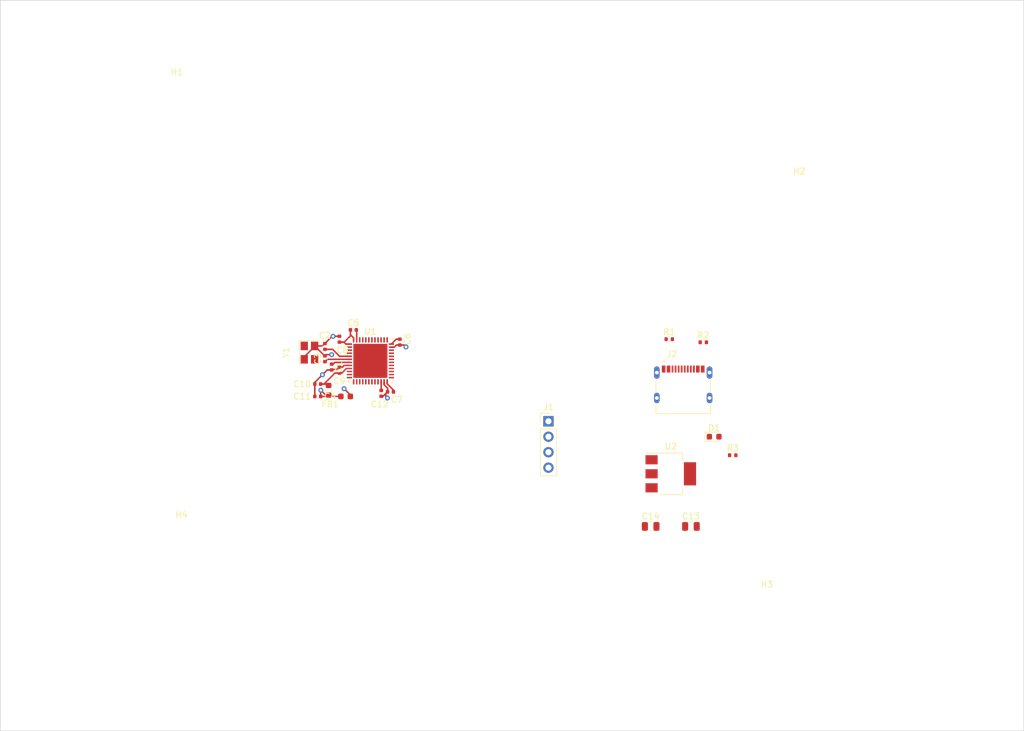
<source format=kicad_pcb>
(kicad_pcb (version 20211014) (generator pcbnew)
  (layers (0 "F.Cu" signal) (31 "B.Cu" signal) (34 "B.Paste" user) (35 "F.Paste" user) (36 "B.SilkS" user "B.Silkscreen") (37 "F.SilkS" user "F.Silkscreen") (38 "B.Mask" user) (39 "F.Mask" user) (44 "Edge.Cuts" user))
  (net 0 "")
  (net 1 "/NRST")
  (net 2 "GND")
  (net 3 "/OSC_IN")
  (net 4 "/OSC_OUT")
  (net 5 "+3.3V")
  (net 6 "+3.3VA")
  (net 7 "Net-(U1-Pad22)")
  (net 8 "VBUS")
  (net 9 "/PWR_LED_K")
  (net 10 "/SWDIO")
  (net 11 "/SWCLK")
  (net 12 "/USB_D+")
  (net 13 "/USB_D-")
  (net 14 "Net-(R1-Pad2)")
  (net 17 "Net-(R2-Pad2)")
  (footprint "Capacitor_SMD:C_0402_1005Metric" (layer "F.Cu") (at 122.682 93.472 -90)
    (fp_text reference "C1" (at 0 -1.16 90) (layer "F.SilkS"))
    (fp_text value "100nF" hide)
    (pad "1" smd roundrect (at -0.48 0 270) (size 0.56 0.62) (layers "F.Cu" "F.Paste" "F.Mask") (net 1 "/NRST"))
    (pad "2" smd roundrect (at 0.48 0 270) (size 0.56 0.62) (layers "F.Cu" "F.Paste" "F.Mask") (net 2 "GND"))
  )
  (footprint "MountingHole:MountingHole_3.2mm_M3" (layer "F.Cu") (at 199.39 65.532)
    (fp_text reference "H2" (at 0 -4.2) (layer "F.SilkS"))
    (fp_text value "MountingHole")
    (pad "" np_thru_hole circle (at 0 0) (size 3.2 3.2) (drill 3.2) (layers *.Cu *.Mask))
  )
  (footprint "Capacitor_SMD:C_0402_1005Metric" (layer "F.Cu") (at 126.238 87.376)
    (fp_text reference "C5" (at 0 -1.16) (layer "F.SilkS"))
    (fp_text value "100nF" hide)
    (pad "1" smd roundrect (at -0.48 0) (size 0.56 0.62) (layers "F.Cu" "F.Paste" "F.Mask") (net 5 "+3.3V"))
    (pad "2" smd roundrect (at 0.48 0) (size 0.56 0.62) (layers "F.Cu" "F.Paste" "F.Mask") (net 2 "GND"))
  )
  (footprint "Capacitor_SMD:C_0402_1005Metric" (layer "F.Cu") (at 123.952 93.98 90)
    (fp_text reference "C9" (at -1.778 0 180) (layer "F.SilkS"))
    (fp_text value "10nF" hide)
    (pad "1" smd roundrect (at -0.48 0 90) (size 0.56 0.62) (layers "F.Cu" "F.Paste" "F.Mask") (net 6 "+3.3VA"))
    (pad "2" smd roundrect (at 0.48 0 90) (size 0.56 0.62) (layers "F.Cu" "F.Paste" "F.Mask") (net 2 "GND"))
  )
  (footprint "Capacitor_SMD:C_0402_1005Metric" (layer "F.Cu") (at 133.858 89.38 -90)
    (fp_text reference "C6" (at -0.48 -1.27 90) (layer "F.SilkS"))
    (fp_text value "100nF")
    (pad "1" smd roundrect (at -0.48 0 270) (size 0.56 0.62) (layers "F.Cu" "F.Paste" "F.Mask") (net 5 "+3.3V"))
    (pad "2" smd roundrect (at 0.48 0 270) (size 0.56 0.62) (layers "F.Cu" "F.Paste" "F.Mask") (net 2 "GND"))
  )
  (footprint "Resistor_SMD:R_0402_1005Metric" (layer "F.Cu") (at 188.468 107.95)
    (fp_text reference "R3" (at 0 -1.17) (layer "F.SilkS"))
    (fp_text value "1k")
    (pad "1" smd roundrect (at -0.51 0) (size 0.54 0.64) (layers "F.Cu" "F.Paste" "F.Mask") (net 9 "/PWR_LED_K"))
    (pad "2" smd roundrect (at 0.51 0) (size 0.54 0.64) (layers "F.Cu" "F.Paste" "F.Mask") (net 2 "GND"))
  )
  (footprint "MountingHole:MountingHole_3.2mm_M3" (layer "F.Cu") (at 194.056 133.35)
    (fp_text reference "H3" (at 0 -4.2) (layer "F.SilkS"))
    (fp_text value "MountingHole")
    (pad "" np_thru_hole circle (at 0 0) (size 3.2 3.2) (drill 3.2) (layers *.Cu *.Mask))
  )
  (footprint "Package_TO_SOT_SMD:SOT-223-3_TabPin2" (layer "F.Cu") (at 178.308 110.998)
    (fp_text reference "U2" (at 0 -4.5) (layer "F.SilkS"))
    (fp_text value "AMS1117-3.3")
    (pad "1" smd rect (at -3.15 -2.3) (size 2 1.5) (layers "F.Cu" "F.Paste" "F.Mask") (net 2 "GND"))
    (pad "2" smd rect (at 3.15 0) (size 2 3.8) (layers "F.Cu" "F.Paste" "F.Mask") (net 5 "+3.3V"))
    (pad "2" smd rect (at -3.15 0) (size 2 1.5) (layers "F.Cu" "F.Paste" "F.Mask") (net 5 "+3.3V"))
    (pad "3" smd rect (at -3.15 2.3) (size 2 1.5) (layers "F.Cu" "F.Paste" "F.Mask") (net 8 "VBUS"))
  )
  (footprint "Capacitor_SMD:C_0402_1005Metric" (layer "F.Cu") (at 132.334 97.536 180)
    (fp_text reference "C7" (at -1.016 -1.27) (layer "F.SilkS"))
    (fp_text value "100nF" hide)
    (pad "1" smd roundrect (at -0.48 0 180) (size 0.56 0.62) (layers "F.Cu" "F.Paste" "F.Mask") (net 5 "+3.3V"))
    (pad "2" smd roundrect (at 0.48 0 180) (size 0.56 0.62) (layers "F.Cu" "F.Paste" "F.Mask") (net 2 "GND"))
  )
  (footprint "Capacitor_SMD:C_0805_2012Metric" (layer "F.Cu") (at 175.006 119.634)
    (fp_text reference "C14" (at 0 -1.68) (layer "F.SilkS"))
    (fp_text value "22uF" hide)
    (pad "1" smd roundrect (at -0.95 0) (size 1 1.45) (layers "F.Cu" "F.Paste" "F.Mask") (net 5 "+3.3V"))
    (pad "2" smd roundrect (at 0.95 0) (size 1 1.45) (layers "F.Cu" "F.Paste" "F.Mask") (net 2 "GND"))
  )
  (footprint "Package_DFN_QFN:QFN-48-1EP_7x7mm_P0.5mm_EP5.6x5.6mm" (layer "F.Cu") (at 129.032 92.456)
    (fp_text reference "U1" (at 0 -4.82) (layer "F.SilkS"))
    (fp_text value "STM32F401CCU6")
    (pad "1" smd roundrect (at -3.4375 -2.75) (size 0.875 0.25) (layers "F.Cu" "F.Paste" "F.Mask") (net 5 "+3.3V"))
    (pad "2" smd roundrect (at -3.4375 -2.25) (size 0.875 0.25) (layers "F.Cu" "F.Paste" "F.Mask"))
    (pad "3" smd roundrect (at -3.4375 -1.75) (size 0.875 0.25) (layers "F.Cu" "F.Paste" "F.Mask"))
    (pad "4" smd roundrect (at -3.4375 -1.25) (size 0.875 0.25) (layers "F.Cu" "F.Paste" "F.Mask"))
    (pad "5" smd roundrect (at -3.4375 -0.75) (size 0.875 0.25) (layers "F.Cu" "F.Paste" "F.Mask") (net 3 "/OSC_IN"))
    (pad "6" smd roundrect (at -3.4375 -0.25) (size 0.875 0.25) (layers "F.Cu" "F.Paste" "F.Mask") (net 4 "/OSC_OUT"))
    (pad "7" smd roundrect (at -3.4375 0.25) (size 0.875 0.25) (layers "F.Cu" "F.Paste" "F.Mask") (net 1 "/NRST"))
    (pad "8" smd roundrect (at -3.4375 0.75) (size 0.875 0.25) (layers "F.Cu" "F.Paste" "F.Mask") (net 2 "GND"))
    (pad "9" smd roundrect (at -3.4375 1.25) (size 0.875 0.25) (layers "F.Cu" "F.Paste" "F.Mask") (net 6 "+3.3VA"))
    (pad "10" smd roundrect (at -3.4375 1.75) (size 0.875 0.25) (layers "F.Cu" "F.Paste" "F.Mask"))
    (pad "11" smd roundrect (at -3.4375 2.25) (size 0.875 0.25) (layers "F.Cu" "F.Paste" "F.Mask"))
    (pad "12" smd roundrect (at -3.4375 2.75) (size 0.875 0.25) (layers "F.Cu" "F.Paste" "F.Mask"))
    (pad "13" smd roundrect (at -2.75 3.4375) (size 0.25 0.875) (layers "F.Cu" "F.Paste" "F.Mask"))
    (pad "14" smd roundrect (at -2.25 3.4375) (size 0.25 0.875) (layers "F.Cu" "F.Paste" "F.Mask"))
    (pad "15" smd roundrect (at -1.75 3.4375) (size 0.25 0.875) (layers "F.Cu" "F.Paste" "F.Mask"))
    (pad "16" smd roundrect (at -1.25 3.4375) (size 0.25 0.875) (layers "F.Cu" "F.Paste" "F.Mask"))
    (pad "17" smd roundrect (at -0.75 3.4375) (size 0.25 0.875) (layers "F.Cu" "F.Paste" "F.Mask"))
    (pad "18" smd roundrect (at -0.25 3.4375) (size 0.25 0.875) (layers "F.Cu" "F.Paste" "F.Mask"))
    (pad "19" smd roundrect (at 0.25 3.4375) (size 0.25 0.875) (layers "F.Cu" "F.Paste" "F.Mask"))
    (pad "20" smd roundrect (at 0.75 3.4375) (size 0.25 0.875) (layers "F.Cu" "F.Paste" "F.Mask"))
    (pad "21" smd roundrect (at 1.25 3.4375) (size 0.25 0.875) (layers "F.Cu" "F.Paste" "F.Mask"))
    (pad "22" smd roundrect (at 1.75 3.4375) (size 0.25 0.875) (layers "F.Cu" "F.Paste" "F.Mask") (net 7 "Net-(U1-Pad22)"))
    (pad "23" smd roundrect (at 2.25 3.4375) (size 0.25 0.875) (layers "F.Cu" "F.Paste" "F.Mask") (net 2 "GND"))
    (pad "24" smd roundrect (at 2.75 3.4375) (size 0.25 0.875) (layers "F.Cu" "F.Paste" "F.Mask") (net 5 "+3.3V"))
    (pad "25" smd roundrect (at 3.4375 2.75) (size 0.875 0.25) (layers "F.Cu" "F.Paste" "F.Mask"))
    (pad "26" smd roundrect (at 3.4375 2.25) (size 0.875 0.25) (layers "F.Cu" "F.Paste" "F.Mask"))
    (pad "27" smd roundrect (at 3.4375 1.75) (size 0.875 0.25) (layers "F.Cu" "F.Paste" "F.Mask"))
    (pad "28" smd roundrect (at 3.4375 1.25) (size 0.875 0.25) (layers "F.Cu" "F.Paste" "F.Mask"))
    (pad "29" smd roundrect (at 3.4375 0.75) (size 0.875 0.25) (layers "F.Cu" "F.Paste" "F.Mask"))
    (pad "30" smd roundrect (at 3.4375 0.25) (size 0.875 0.25) (layers "F.Cu" "F.Paste" "F.Mask"))
    (pad "31" smd roundrect (at 3.4375 -0.25) (size 0.875 0.25) (layers "F.Cu" "F.Paste" "F.Mask"))
    (pad "32" smd roundrect (at 3.4375 -0.75) (size 0.875 0.25) (layers "F.Cu" "F.Paste" "F.Mask") (net 13 "/USB_D-"))
    (pad "33" smd roundrect (at 3.4375 -1.25) (size 0.875 0.25) (layers "F.Cu" "F.Paste" "F.Mask") (net 12 "/USB_D+"))
    (pad "34" smd roundrect (at 3.4375 -1.75) (size 0.875 0.25) (layers "F.Cu" "F.Paste" "F.Mask") (net 10 "/SWDIO"))
    (pad "35" smd roundrect (at 3.4375 -2.25) (size 0.875 0.25) (layers "F.Cu" "F.Paste" "F.Mask") (net 2 "GND"))
    (pad "36" smd roundrect (at 3.4375 -2.75) (size 0.875 0.25) (layers "F.Cu" "F.Paste" "F.Mask") (net 5 "+3.3V"))
    (pad "37" smd roundrect (at 2.75 -3.4375) (size 0.25 0.875) (layers "F.Cu" "F.Paste" "F.Mask") (net 11 "/SWCLK"))
    (pad "38" smd roundrect (at 2.25 -3.4375) (size 0.25 0.875) (layers "F.Cu" "F.Paste" "F.Mask"))
    (pad "39" smd roundrect (at 1.75 -3.4375) (size 0.25 0.875) (layers "F.Cu" "F.Paste" "F.Mask"))
    (pad "40" smd roundrect (at 1.25 -3.4375) (size 0.25 0.875) (layers "F.Cu" "F.Paste" "F.Mask"))
    (pad "41" smd roundrect (at 0.75 -3.4375) (size 0.25 0.875) (layers "F.Cu" "F.Paste" "F.Mask"))
    (pad "42" smd roundrect (at 0.25 -3.4375) (size 0.25 0.875) (layers "F.Cu" "F.Paste" "F.Mask"))
    (pad "43" smd roundrect (at -0.25 -3.4375) (size 0.25 0.875) (layers "F.Cu" "F.Paste" "F.Mask"))
    (pad "44" smd roundrect (at -0.75 -3.4375) (size 0.25 0.875) (layers "F.Cu" "F.Paste" "F.Mask"))
    (pad "45" smd roundrect (at -1.25 -3.4375) (size 0.25 0.875) (layers "F.Cu" "F.Paste" "F.Mask"))
    (pad "46" smd roundrect (at -1.75 -3.4375) (size 0.25 0.875) (layers "F.Cu" "F.Paste" "F.Mask"))
    (pad "47" smd roundrect (at -2.25 -3.4375) (size 0.25 0.875) (layers "F.Cu" "F.Paste" "F.Mask") (net 2 "GND"))
    (pad "48" smd roundrect (at -2.75 -3.4375) (size 0.25 0.875) (layers "F.Cu" "F.Paste" "F.Mask") (net 5 "+3.3V"))
    (pad "49" smd rect (at 0 0) (size 5.6 5.6) (layers "F.Cu" "F.Mask") (net 2 "GND"))
  )
  (footprint "MountingHole:MountingHole_3.2mm_M3" (layer "F.Cu") (at 98.044 121.92)
    (fp_text reference "H4" (at 0 -4.2) (layer "F.SilkS"))
    (fp_text value "MountingHole")
    (pad "" np_thru_hole circle (at 0 0) (size 3.2 3.2) (drill 3.2) (layers *.Cu *.Mask))
  )
  (footprint "Capacitor_SMD:C_0402_1005Metric" (layer "F.Cu") (at 121.578 90.086 90)
    (fp_text reference "C2" (at 1.778 0 180) (layer "F.SilkS"))
    (fp_text value "10pF" hide)
    (pad "1" smd roundrect (at -0.48 0 90) (size 0.56 0.62) (layers "F.Cu" "F.Paste" "F.Mask") (net 3 "/OSC_IN"))
    (pad "2" smd roundrect (at 0.48 0 90) (size 0.56 0.62) (layers "F.Cu" "F.Paste" "F.Mask") (net 2 "GND"))
  )
  (footprint "Capacitor_SMD:C_0402_1005Metric" (layer "F.Cu") (at 121.578 92.118 90)
    (fp_text reference "C3" (at 0 -1.16 90) (layer "F.SilkS"))
    (fp_text value "10pF" hide)
    (pad "1" smd roundrect (at -0.48 0 90) (size 0.56 0.62) (layers "F.Cu" "F.Paste" "F.Mask") (net 4 "/OSC_OUT"))
    (pad "2" smd roundrect (at 0.48 0 90) (size 0.56 0.62) (layers "F.Cu" "F.Paste" "F.Mask") (net 2 "GND"))
  )
  (footprint "MountingHole:MountingHole_3.2mm_M3" (layer "F.Cu") (at 97.282 49.276)
    (fp_text reference "H1" (at 0 -4.2) (layer "F.SilkS"))
    (fp_text value "MountingHole")
    (pad "" np_thru_hole circle (at 0 0) (size 3.2 3.2) (drill 3.2) (layers *.Cu *.Mask))
  )
  (footprint "Crystal:Crystal_SMD_3225-4Pin_3.2x2.5mm" (layer "F.Cu") (at 119.038 91.102 -90)
    (fp_text reference "Y1" (at 0 3.81 90) (layer "F.SilkS"))
    (fp_text value "16MHz" hide)
    (pad "1" smd rect (at -1.1 0.85 270) (size 1.4 1.2) (layers "F.Cu" "F.Paste" "F.Mask") (net 3 "/OSC_IN"))
    (pad "2" smd rect (at 1.1 0.85 270) (size 1.4 1.2) (layers "F.Cu" "F.Paste" "F.Mask") (net 2 "GND"))
    (pad "3" smd rect (at 1.1 -0.85 270) (size 1.4 1.2) (layers "F.Cu" "F.Paste" "F.Mask") (net 4 "/OSC_OUT"))
    (pad "4" smd rect (at -1.1 -0.85 270) (size 1.4 1.2) (layers "F.Cu" "F.Paste" "F.Mask") (net 2 "GND"))
  )
  (footprint "Capacitor_SMD:C_0603_1608Metric" (layer "F.Cu") (at 124.968 98.298)
    (fp_text reference "C4" (at -2.54 0) (layer "F.SilkS"))
    (fp_text value "10uF" hide)
    (pad "1" smd roundrect (at -0.775 0) (size 0.9 0.95) (layers "F.Cu" "F.Paste" "F.Mask") (net 5 "+3.3V"))
    (pad "2" smd roundrect (at 0.775 0) (size 0.9 0.95) (layers "F.Cu" "F.Paste" "F.Mask") (net 2 "GND"))
  )
  (footprint "Resistor_SMD:R_0402_1005Metric" (layer "F.Cu") (at 178.054 88.9)
    (fp_text reference "R1" (at 0 -1.17) (layer "F.SilkS"))
    (fp_text value "5.11k" hide)
    (pad "1" smd roundrect (at -0.51 0) (size 0.54 0.64) (layers "F.Cu" "F.Paste" "F.Mask") (net 2 "GND"))
    (pad "2" smd roundrect (at 0.51 0) (size 0.54 0.64) (layers "F.Cu" "F.Paste" "F.Mask") (net 14 "Net-(R1-Pad2)"))
  )
  (footprint "LED_SMD:LED_0603_1608Metric" (layer "F.Cu") (at 185.42 104.902)
    (fp_text reference "D1" (at 0 -1.43) (layer "F.SilkS"))
    (fp_text value "LED")
    (pad "1" smd roundrect (at -0.7875 0) (size 0.875 0.95) (layers "F.Cu" "F.Paste" "F.Mask") (net 9 "/PWR_LED_K"))
    (pad "2" smd roundrect (at 0.7875 0) (size 0.875 0.95) (layers "F.Cu" "F.Paste" "F.Mask") (net 5 "+3.3V"))
  )
  (footprint "Capacitor_SMD:C_0402_1005Metric" (layer "F.Cu") (at 130.81 97.79 -90)
    (fp_text reference "C12" (at 1.778 0.254 180) (layer "F.SilkS"))
    (fp_text value "2.2uF" hide)
    (pad "1" smd roundrect (at -0.48 0 270) (size 0.56 0.62) (layers "F.Cu" "F.Paste" "F.Mask") (net 7 "Net-(U1-Pad22)"))
    (pad "2" smd roundrect (at 0.48 0 270) (size 0.56 0.62) (layers "F.Cu" "F.Paste" "F.Mask") (net 2 "GND"))
  )
  (footprint "Inductor_SMD:L_0603_1608Metric" (layer "F.Cu") (at 122.174 97.282 -90)
    (fp_text reference "FB1" (at 2.286 -0.254) (layer "F.SilkS"))
    (fp_text value "120R" hide)
    (pad "1" smd roundrect (at -0.7875 0 270) (size 0.875 0.95) (layers "F.Cu" "F.Paste" "F.Mask") (net 6 "+3.3VA"))
    (pad "2" smd roundrect (at 0.7875 0 270) (size 0.875 0.95) (layers "F.Cu" "F.Paste" "F.Mask") (net 5 "+3.3V"))
  )
  (footprint "Capacitor_SMD:C_0402_1005Metric" (layer "F.Cu") (at 120.396 96.266 180)
    (fp_text reference "C10" (at 2.54 0) (layer "F.SilkS"))
    (fp_text value "1uF" hide)
    (pad "1" smd roundrect (at -0.48 0 180) (size 0.56 0.62) (layers "F.Cu" "F.Paste" "F.Mask") (net 6 "+3.3VA"))
    (pad "2" smd roundrect (at 0.48 0 180) (size 0.56 0.62) (layers "F.Cu" "F.Paste" "F.Mask") (net 2 "GND"))
  )
  (footprint "Connector_PinHeader_2.54mm:PinHeader_1x04_P2.54mm_Vertical" (layer "F.Cu") (at 158.242 102.372)
    (fp_text reference "J1" (at 0 -2.33) (layer "F.SilkS"))
    (fp_text value "SWD")
    (pad "1" thru_hole rect (at 0 0) (size 1.7 1.7) (drill 1) (layers *.Cu *.Mask) (net 1 "/NRST"))
    (pad "2" thru_hole oval (at 0 2.54) (size 1.7 1.7) (drill 1) (layers *.Cu *.Mask) (net 10 "/SWDIO"))
    (pad "3" thru_hole oval (at 0 5.08) (size 1.7 1.7) (drill 1) (layers *.Cu *.Mask) (net 2 "GND"))
    (pad "4" thru_hole oval (at 0 7.62) (size 1.7 1.7) (drill 1) (layers *.Cu *.Mask) (net 11 "/SWCLK"))
  )
  (footprint "Capacitor_SMD:C_0402_1005Metric" (layer "F.Cu") (at 120.396 98.298 180)
    (fp_text reference "C11" (at 2.54 0) (layer "F.SilkS"))
    (fp_text value "1uF" hide)
    (pad "1" smd roundrect (at -0.48 0 180) (size 0.56 0.62) (layers "F.Cu" "F.Paste" "F.Mask") (net 5 "+3.3V"))
    (pad "2" smd roundrect (at 0.48 0 180) (size 0.56 0.62) (layers "F.Cu" "F.Paste" "F.Mask") (net 2 "GND"))
  )
  (footprint "Resistor_SMD:R_0402_1005Metric" (layer "F.Cu") (at 183.642 89.408)
    (fp_text reference "R2" (at 0 -1.17) (layer "F.SilkS"))
    (fp_text value "5.11k")
    (pad "1" smd roundrect (at -0.51 0) (size 0.54 0.64) (layers "F.Cu" "F.Paste" "F.Mask") (net 2 "GND"))
    (pad "2" smd roundrect (at 0.51 0) (size 0.54 0.64) (layers "F.Cu" "F.Paste" "F.Mask") (net 17 "Net-(R2-Pad2)"))
  )
  (footprint "Capacitor_SMD:C_0805_2012Metric" (layer "F.Cu") (at 181.61 119.634)
    (fp_text reference "C13" (at 0 -1.68) (layer "F.SilkS"))
    (fp_text value "22uF" hide)
    (pad "1" smd roundrect (at -0.95 0) (size 1 1.45) (layers "F.Cu" "F.Paste" "F.Mask") (net 8 "VBUS"))
    (pad "2" smd roundrect (at 0.95 0) (size 1 1.45) (layers "F.Cu" "F.Paste" "F.Mask") (net 2 "GND"))
  )
  (footprint "Capacitor_SMD:C_0402_1005Metric" (layer "F.Cu") (at 123.952 88.9 90)
    (fp_text reference "C8" (at -1.778 0.508) (layer "F.SilkS"))
    (fp_text value "100nF" hide)
    (pad "1" smd roundrect (at -0.48 0 90) (size 0.56 0.62) (layers "F.Cu" "F.Paste" "F.Mask") (net 5 "+3.3V"))
    (pad "2" smd roundrect (at 0.48 0 90) (size 0.56 0.62) (layers "F.Cu" "F.Paste" "F.Mask") (net 2 "GND"))
  )
  (footprint "USBC:HRO_TYPE-C-31-M-12" (layer "F.Cu") (at 180.34 98.552)
    (fp_text reference "J2" (at -1.85 -7.205) (layer "F.SilkS"))
    (fp_text value "TYPE-C-31-M-12")
    (fp_poly (pts (xy -4.775 -3.62) (xy -4.775 -4.72) (xy -4.774 -4.744) (xy -4.773 -4.767) (xy -4.769 -4.79) (xy -4.765 -4.814) (xy -4.76 -4.836) (xy -4.753 -4.859) (xy -4.745 -4.881) (xy -4.736 -4.903) (xy -4.726 -4.924) (xy -4.715 -4.945) (xy -4.702 -4.965) (xy -4.689 -4.985) (xy -4.675 -5.003) (xy -4.659 -5.021) (xy -4.643 -5.038) (xy -4.626 -5.054) (xy -4.608 -5.07) (xy -4.59 -5.084) (xy -4.57 -5.097) (xy -4.55 -5.11) (xy -4.529 -5.121) (xy -4.508 -5.131) (xy -4.486 -5.14) (xy -4.464 -5.148) (xy -4.441 -5.155) (xy -4.419 -5.16) (xy -4.395 -5.164) (xy -4.372 -5.168) (xy -4.349 -5.169) (xy -4.325 -5.17) (xy -4.301 -5.169) (xy -4.278 -5.168) (xy -4.255 -5.164) (xy -4.231 -5.16) (xy -4.209 -5.155) (xy -4.186 -5.148) (xy -4.164 -5.14) (xy -4.142 -5.131) (xy -4.121 -5.121) (xy -4.1 -5.11) (xy -4.08 -5.097) (xy -4.06 -5.084) (xy -4.042 -5.07) (xy -4.024 -5.054) (xy -4.007 -5.038) (xy -3.991 -5.021) (xy -3.975 -5.003) (xy -3.961 -4.985) (xy -3.948 -4.965) (xy -3.935 -4.945) (xy -3.924 -4.924) (xy -3.914 -4.903) (xy -3.905 -4.881) (xy -3.897 -4.859) (xy -3.89 -4.836) (xy -3.885 -4.814) (xy -3.881 -4.79) (xy -3.877 -4.767) (xy -3.876 -4.744) (xy -3.875 -4.72) (xy -3.875 -3.62) (xy -3.876 -3.596) (xy -3.877 -3.573) (xy -3.881 -3.55) (xy -3.885 -3.526) (xy -3.89 -3.504) (xy -3.897 -3.481) (xy -3.905 -3.459) (xy -3.914 -3.437) (xy -3.924 -3.416) (xy -3.935 -3.395) (xy -3.948 -3.375) (xy -3.961 -3.355) (xy -3.975 -3.337) (xy -3.991 -3.319) (xy -4.007 -3.302) (xy -4.024 -3.286) (xy -4.042 -3.27) (xy -4.06 -3.256) (xy -4.08 -3.243) (xy -4.1 -3.23) (xy -4.121 -3.219) (xy -4.142 -3.209) (xy -4.164 -3.2) (xy -4.186 -3.192) (xy -4.209 -3.185) (xy -4.231 -3.18) (xy -4.255 -3.176) (xy -4.278 -3.172) (xy -4.301 -3.171) (xy -4.325 -3.17) (xy -4.349 -3.171) (xy -4.372 -3.172) (xy -4.395 -3.176) (xy -4.419 -3.18) (xy -4.441 -3.185) (xy -4.464 -3.192) (xy -4.486 -3.2) (xy -4.508 -3.209) (xy -4.529 -3.219) (xy -4.55 -3.23) (xy -4.57 -3.243) (xy -4.59 -3.256) (xy -4.608 -3.27) (xy -4.626 -3.286) (xy -4.643 -3.302) (xy -4.659 -3.319) (xy -4.675 -3.337) (xy -4.689 -3.355) (xy -4.702 -3.375) (xy -4.715 -3.395) (xy -4.726 -3.416) (xy -4.736 -3.437) (xy -4.745 -3.459) (xy -4.753 -3.481) (xy -4.76 -3.504) (xy -4.765 -3.526) (xy -4.769 -3.55) (xy -4.773 -3.573) (xy -4.774 -3.596) (xy -4.775 -3.62)) (layer "F.Cu") (width 0.01) (fill solid))
    (fp_poly (pts (xy 3.875 0.4) (xy 3.875 -0.4) (xy 3.876 -0.424) (xy 3.877 -0.447) (xy 3.881 -0.47) (xy 3.885 -0.494) (xy 3.89 -0.516) (xy 3.897 -0.539) (xy 3.905 -0.561) (xy 3.914 -0.583) (xy 3.924 -0.604) (xy 3.935 -0.625) (xy 3.948 -0.645) (xy 3.961 -0.665) (xy 3.975 -0.683) (xy 3.991 -0.701) (xy 4.007 -0.718) (xy 4.024 -0.734) (xy 4.042 -0.75) (xy 4.06 -0.764) (xy 4.08 -0.777) (xy 4.1 -0.79) (xy 4.121 -0.801) (xy 4.142 -0.811) (xy 4.164 -0.82) (xy 4.186 -0.828) (xy 4.209 -0.835) (xy 4.231 -0.84) (xy 4.255 -0.844) (xy 4.278 -0.848) (xy 4.301 -0.849) (xy 4.325 -0.85) (xy 4.349 -0.849) (xy 4.372 -0.848) (xy 4.395 -0.844) (xy 4.419 -0.84) (xy 4.441 -0.835) (xy 4.464 -0.828) (xy 4.486 -0.82) (xy 4.508 -0.811) (xy 4.529 -0.801) (xy 4.55 -0.79) (xy 4.57 -0.777) (xy 4.59 -0.764) (xy 4.608 -0.75) (xy 4.626 -0.734) (xy 4.643 -0.718) (xy 4.659 -0.701) (xy 4.675 -0.683) (xy 4.689 -0.665) (xy 4.702 -0.645) (xy 4.715 -0.625) (xy 4.726 -0.604) (xy 4.736 -0.583) (xy 4.745 -0.561) (xy 4.753 -0.539) (xy 4.76 -0.516) (xy 4.765 -0.494) (xy 4.769 -0.47) (xy 4.773 -0.447) (xy 4.774 -0.424) (xy 4.775 -0.4) (xy 4.775 0.4) (xy 4.774 0.424) (xy 4.773 0.447) (xy 4.769 0.47) (xy 4.765 0.494) (xy 4.76 0.516) (xy 4.753 0.539) (xy 4.745 0.561) (xy 4.736 0.583) (xy 4.726 0.604) (xy 4.715 0.625) (xy 4.702 0.645) (xy 4.689 0.665) (xy 4.675 0.683) (xy 4.659 0.701) (xy 4.643 0.718) (xy 4.626 0.734) (xy 4.608 0.75) (xy 4.59 0.764) (xy 4.57 0.777) (xy 4.55 0.79) (xy 4.529 0.801) (xy 4.508 0.811) (xy 4.486 0.82) (xy 4.464 0.828) (xy 4.441 0.835) (xy 4.419 0.84) (xy 4.395 0.844) (xy 4.372 0.848) (xy 4.349 0.849) (xy 4.325 0.85) (xy 4.301 0.849) (xy 4.278 0.848) (xy 4.255 0.844) (xy 4.231 0.84) (xy 4.209 0.835) (xy 4.186 0.828) (xy 4.164 0.82) (xy 4.142 0.811) (xy 4.121 0.801) (xy 4.1 0.79) (xy 4.08 0.777) (xy 4.06 0.764) (xy 4.042 0.75) (xy 4.024 0.734) (xy 4.007 0.718) (xy 3.991 0.701) (xy 3.975 0.683) (xy 3.961 0.665) (xy 3.948 0.645) (xy 3.935 0.625) (xy 3.924 0.604) (xy 3.914 0.583) (xy 3.905 0.561) (xy 3.897 0.539) (xy 3.89 0.516) (xy 3.885 0.494) (xy 3.881 0.47) (xy 3.877 0.447) (xy 3.876 0.424) (xy 3.875 0.4)) (layer "F.Cu") (width 0.01) (fill solid))
    (fp_poly (pts (xy 3.875 -3.62) (xy 3.875 -4.72) (xy 3.876 -4.744) (xy 3.877 -4.767) (xy 3.881 -4.79) (xy 3.885 -4.814) (xy 3.89 -4.836) (xy 3.897 -4.859) (xy 3.905 -4.881) (xy 3.914 -4.903) (xy 3.924 -4.924) (xy 3.935 -4.945) (xy 3.948 -4.965) (xy 3.961 -4.985) (xy 3.975 -5.003) (xy 3.991 -5.021) (xy 4.007 -5.038) (xy 4.024 -5.054) (xy 4.042 -5.07) (xy 4.06 -5.084) (xy 4.08 -5.097) (xy 4.1 -5.11) (xy 4.121 -5.121) (xy 4.142 -5.131) (xy 4.164 -5.14) (xy 4.186 -5.148) (xy 4.209 -5.155) (xy 4.231 -5.16) (xy 4.255 -5.164) (xy 4.278 -5.168) (xy 4.301 -5.169) (xy 4.325 -5.17) (xy 4.349 -5.169) (xy 4.372 -5.168) (xy 4.395 -5.164) (xy 4.419 -5.16) (xy 4.441 -5.155) (xy 4.464 -5.148) (xy 4.486 -5.14) (xy 4.508 -5.131) (xy 4.529 -5.121) (xy 4.55 -5.11) (xy 4.57 -5.097) (xy 4.59 -5.084) (xy 4.608 -5.07) (xy 4.626 -5.054) (xy 4.643 -5.038) (xy 4.659 -5.021) (xy 4.675 -5.003) (xy 4.689 -4.985) (xy 4.702 -4.965) (xy 4.715 -4.945) (xy 4.726 -4.924) (xy 4.736 -4.903) (xy 4.745 -4.881) (xy 4.753 -4.859) (xy 4.76 -4.836) (xy 4.765 -4.814) (xy 4.769 -4.79) (xy 4.773 -4.767) (xy 4.774 -4.744) (xy 4.775 -4.72) (xy 4.775 -3.62) (xy 4.774 -3.596) (xy 4.773 -3.573) (xy 4.769 -3.55) (xy 4.765 -3.526) (xy 4.76 -3.504) (xy 4.753 -3.481) (xy 4.745 -3.459) (xy 4.736 -3.437) (xy 4.726 -3.416) (xy 4.715 -3.395) (xy 4.702 -3.375) (xy 4.689 -3.355) (xy 4.675 -3.337) (xy 4.659 -3.319) (xy 4.643 -3.302) (xy 4.626 -3.286) (xy 4.608 -3.27) (xy 4.59 -3.256) (xy 4.57 -3.243) (xy 4.55 -3.23) (xy 4.529 -3.219) (xy 4.508 -3.209) (xy 4.486 -3.2) (xy 4.464 -3.192) (xy 4.441 -3.185) (xy 4.419 -3.18) (xy 4.395 -3.176) (xy 4.372 -3.172) (xy 4.349 -3.171) (xy 4.325 -3.17) (xy 4.301 -3.171) (xy 4.278 -3.172) (xy 4.255 -3.176) (xy 4.231 -3.18) (xy 4.209 -3.185) (xy 4.186 -3.192) (xy 4.164 -3.2) (xy 4.142 -3.209) (xy 4.121 -3.219) (xy 4.1 -3.23) (xy 4.08 -3.243) (xy 4.06 -3.256) (xy 4.042 -3.27) (xy 4.024 -3.286) (xy 4.007 -3.302) (xy 3.991 -3.319) (xy 3.975 -3.337) (xy 3.961 -3.355) (xy 3.948 -3.375) (xy 3.935 -3.395) (xy 3.924 -3.416) (xy 3.914 -3.437) (xy 3.905 -3.459) (xy 3.897 -3.481) (xy 3.89 -3.504) (xy 3.885 -3.526) (xy 3.881 -3.55) (xy 3.877 -3.573) (xy 3.876 -3.596) (xy 3.875 -3.62)) (layer "F.Cu") (width 0.01) (fill solid))
    (fp_poly (pts (xy -4.775 0.4) (xy -4.775 -0.4) (xy -4.774 -0.424) (xy -4.773 -0.447) (xy -4.769 -0.47) (xy -4.765 -0.494) (xy -4.76 -0.516) (xy -4.753 -0.539) (xy -4.745 -0.561) (xy -4.736 -0.583) (xy -4.726 -0.604) (xy -4.715 -0.625) (xy -4.702 -0.645) (xy -4.689 -0.665) (xy -4.675 -0.683) (xy -4.659 -0.701) (xy -4.643 -0.718) (xy -4.626 -0.734) (xy -4.608 -0.75) (xy -4.59 -0.764) (xy -4.57 -0.777) (xy -4.55 -0.79) (xy -4.529 -0.801) (xy -4.508 -0.811) (xy -4.486 -0.82) (xy -4.464 -0.828) (xy -4.441 -0.835) (xy -4.419 -0.84) (xy -4.395 -0.844) (xy -4.372 -0.848) (xy -4.349 -0.849) (xy -4.325 -0.85) (xy -4.301 -0.849) (xy -4.278 -0.848) (xy -4.255 -0.844) (xy -4.231 -0.84) (xy -4.209 -0.835) (xy -4.186 -0.828) (xy -4.164 -0.82) (xy -4.142 -0.811) (xy -4.121 -0.801) (xy -4.1 -0.79) (xy -4.08 -0.777) (xy -4.06 -0.764) (xy -4.042 -0.75) (xy -4.024 -0.734) (xy -4.007 -0.718) (xy -3.991 -0.701) (xy -3.975 -0.683) (xy -3.961 -0.665) (xy -3.948 -0.645) (xy -3.935 -0.625) (xy -3.924 -0.604) (xy -3.914 -0.583) (xy -3.905 -0.561) (xy -3.897 -0.539) (xy -3.89 -0.516) (xy -3.885 -0.494) (xy -3.881 -0.47) (xy -3.877 -0.447) (xy -3.876 -0.424) (xy -3.875 -0.4) (xy -3.875 0.4) (xy -3.876 0.424) (xy -3.877 0.447) (xy -3.881 0.47) (xy -3.885 0.494) (xy -3.89 0.516) (xy -3.897 0.539) (xy -3.905 0.561) (xy -3.914 0.583) (xy -3.924 0.604) (xy -3.935 0.625) (xy -3.948 0.645) (xy -3.961 0.665) (xy -3.975 0.683) (xy -3.991 0.701) (xy -4.007 0.718) (xy -4.024 0.734) (xy -4.042 0.75) (xy -4.06 0.764) (xy -4.08 0.777) (xy -4.1 0.79) (xy -4.121 0.801) (xy -4.142 0.811) (xy -4.164 0.82) (xy -4.186 0.828) (xy -4.209 0.835) (xy -4.231 0.84) (xy -4.255 0.844) (xy -4.278 0.848) (xy -4.301 0.849) (xy -4.325 0.85) (xy -4.349 0.849) (xy -4.372 0.848) (xy -4.395 0.844) (xy -4.419 0.84) (xy -4.441 0.835) (xy -4.464 0.828) (xy -4.486 0.82) (xy -4.508 0.811) (xy -4.529 0.801) (xy -4.55 0.79) (xy -4.57 0.777) (xy -4.59 0.764) (xy -4.608 0.75) (xy -4.626 0.734) (xy -4.643 0.718) (xy -4.659 0.701) (xy -4.675 0.683) (xy -4.689 0.665) (xy -4.702 0.645) (xy -4.715 0.625) (xy -4.726 0.604) (xy -4.736 0.583) (xy -4.745 0.561) (xy -4.753 0.539) (xy -4.76 0.516) (xy -4.765 0.494) (xy -4.769 0.47) (xy -4.773 0.447) (xy -4.774 0.424) (xy -4.775 0.4)) (layer "F.Cu") (width 0.01) (fill solid))
    (fp_poly (pts (xy -4.775 0.4) (xy -4.775 -0.4) (xy -4.774 -0.424) (xy -4.773 -0.447) (xy -4.769 -0.47) (xy -4.765 -0.494) (xy -4.76 -0.516) (xy -4.753 -0.539) (xy -4.745 -0.561) (xy -4.736 -0.583) (xy -4.726 -0.604) (xy -4.715 -0.625) (xy -4.702 -0.645) (xy -4.689 -0.665) (xy -4.675 -0.683) (xy -4.659 -0.701) (xy -4.643 -0.718) (xy -4.626 -0.734) (xy -4.608 -0.75) (xy -4.59 -0.764) (xy -4.57 -0.777) (xy -4.55 -0.79) (xy -4.529 -0.801) (xy -4.508 -0.811) (xy -4.486 -0.82) (xy -4.464 -0.828) (xy -4.441 -0.835) (xy -4.419 -0.84) (xy -4.395 -0.844) (xy -4.372 -0.848) (xy -4.349 -0.849) (xy -4.325 -0.85) (xy -4.301 -0.849) (xy -4.278 -0.848) (xy -4.255 -0.844) (xy -4.231 -0.84) (xy -4.209 -0.835) (xy -4.186 -0.828) (xy -4.164 -0.82) (xy -4.142 -0.811) (xy -4.121 -0.801) (xy -4.1 -0.79) (xy -4.08 -0.777) (xy -4.06 -0.764) (xy -4.042 -0.75) (xy -4.024 -0.734) (xy -4.007 -0.718) (xy -3.991 -0.701) (xy -3.975 -0.683) (xy -3.961 -0.665) (xy -3.948 -0.645) (xy -3.935 -0.625) (xy -3.924 -0.604) (xy -3.914 -0.583) (xy -3.905 -0.561) (xy -3.897 -0.539) (xy -3.89 -0.516) (xy -3.885 -0.494) (xy -3.881 -0.47) (xy -3.877 -0.447) (xy -3.876 -0.424) (xy -3.875 -0.4) (xy -3.875 0.4) (xy -3.876 0.424) (xy -3.877 0.447) (xy -3.881 0.47) (xy -3.885 0.494) (xy -3.89 0.516) (xy -3.897 0.539) (xy -3.905 0.561) (xy -3.914 0.583) (xy -3.924 0.604) (xy -3.935 0.625) (xy -3.948 0.645) (xy -3.961 0.665) (xy -3.975 0.683) (xy -3.991 0.701) (xy -4.007 0.718) (xy -4.024 0.734) (xy -4.042 0.75) (xy -4.06 0.764) (xy -4.08 0.777) (xy -4.1 0.79) (xy -4.121 0.801) (xy -4.142 0.811) (xy -4.164 0.82) (xy -4.186 0.828) (xy -4.209 0.835) (xy -4.231 0.84) (xy -4.255 0.844) (xy -4.278 0.848) (xy -4.301 0.849) (xy -4.325 0.85) (xy -4.349 0.849) (xy -4.372 0.848) (xy -4.395 0.844) (xy -4.419 0.84) (xy -4.441 0.835) (xy -4.464 0.828) (xy -4.486 0.82) (xy -4.508 0.811) (xy -4.529 0.801) (xy -4.55 0.79) (xy -4.57 0.777) (xy -4.59 0.764) (xy -4.608 0.75) (xy -4.626 0.734) (xy -4.643 0.718) (xy -4.659 0.701) (xy -4.675 0.683) (xy -4.689 0.665) (xy -4.702 0.645) (xy -4.715 0.625) (xy -4.726 0.604) (xy -4.736 0.583) (xy -4.745 0.561) (xy -4.753 0.539) (xy -4.76 0.516) (xy -4.765 0.494) (xy -4.769 0.47) (xy -4.773 0.447) (xy -4.774 0.424) (xy -4.775 0.4)) (layer "B.Cu") (width 0.01) (fill solid))
    (fp_poly (pts (xy 3.875 -3.62) (xy 3.875 -4.72) (xy 3.876 -4.744) (xy 3.877 -4.767) (xy 3.881 -4.79) (xy 3.885 -4.814) (xy 3.89 -4.836) (xy 3.897 -4.859) (xy 3.905 -4.881) (xy 3.914 -4.903) (xy 3.924 -4.924) (xy 3.935 -4.945) (xy 3.948 -4.965) (xy 3.961 -4.985) (xy 3.975 -5.003) (xy 3.991 -5.021) (xy 4.007 -5.038) (xy 4.024 -5.054) (xy 4.042 -5.07) (xy 4.06 -5.084) (xy 4.08 -5.097) (xy 4.1 -5.11) (xy 4.121 -5.121) (xy 4.142 -5.131) (xy 4.164 -5.14) (xy 4.186 -5.148) (xy 4.209 -5.155) (xy 4.231 -5.16) (xy 4.255 -5.164) (xy 4.278 -5.168) (xy 4.301 -5.169) (xy 4.325 -5.17) (xy 4.349 -5.169) (xy 4.372 -5.168) (xy 4.395 -5.164) (xy 4.419 -5.16) (xy 4.441 -5.155) (xy 4.464 -5.148) (xy 4.486 -5.14) (xy 4.508 -5.131) (xy 4.529 -5.121) (xy 4.55 -5.11) (xy 4.57 -5.097) (xy 4.59 -5.084) (xy 4.608 -5.07) (xy 4.626 -5.054) (xy 4.643 -5.038) (xy 4.659 -5.021) (xy 4.675 -5.003) (xy 4.689 -4.985) (xy 4.702 -4.965) (xy 4.715 -4.945) (xy 4.726 -4.924) (xy 4.736 -4.903) (xy 4.745 -4.881) (xy 4.753 -4.859) (xy 4.76 -4.836) (xy 4.765 -4.814) (xy 4.769 -4.79) (xy 4.773 -4.767) (xy 4.774 -4.744) (xy 4.775 -4.72) (xy 4.775 -3.62) (xy 4.774 -3.596) (xy 4.773 -3.573) (xy 4.769 -3.55) (xy 4.765 -3.526) (xy 4.76 -3.504) (xy 4.753 -3.481) (xy 4.745 -3.459) (xy 4.736 -3.437) (xy 4.726 -3.416) (xy 4.715 -3.395) (xy 4.702 -3.375) (xy 4.689 -3.355) (xy 4.675 -3.337) (xy 4.659 -3.319) (xy 4.643 -3.302) (xy 4.626 -3.286) (xy 4.608 -3.27) (xy 4.59 -3.256) (xy 4.57 -3.243) (xy 4.55 -3.23) (xy 4.529 -3.219) (xy 4.508 -3.209) (xy 4.486 -3.2) (xy 4.464 -3.192) (xy 4.441 -3.185) (xy 4.419 -3.18) (xy 4.395 -3.176) (xy 4.372 -3.172) (xy 4.349 -3.171) (xy 4.325 -3.17) (xy 4.301 -3.171) (xy 4.278 -3.172) (xy 4.255 -3.176) (xy 4.231 -3.18) (xy 4.209 -3.185) (xy 4.186 -3.192) (xy 4.164 -3.2) (xy 4.142 -3.209) (xy 4.121 -3.219) (xy 4.1 -3.23) (xy 4.08 -3.243) (xy 4.06 -3.256) (xy 4.042 -3.27) (xy 4.024 -3.286) (xy 4.007 -3.302) (xy 3.991 -3.319) (xy 3.975 -3.337) (xy 3.961 -3.355) (xy 3.948 -3.375) (xy 3.935 -3.395) (xy 3.924 -3.416) (xy 3.914 -3.437) (xy 3.905 -3.459) (xy 3.897 -3.481) (xy 3.89 -3.504) (xy 3.885 -3.526) (xy 3.881 -3.55) (xy 3.877 -3.573) (xy 3.876 -3.596) (xy 3.875 -3.62)) (layer "B.Cu") (width 0.01) (fill solid))
    (fp_poly (pts (xy -4.775 -3.62) (xy -4.775 -4.72) (xy -4.774 -4.744) (xy -4.773 -4.767) (xy -4.769 -4.79) (xy -4.765 -4.814) (xy -4.76 -4.836) (xy -4.753 -4.859) (xy -4.745 -4.881) (xy -4.736 -4.903) (xy -4.726 -4.924) (xy -4.715 -4.945) (xy -4.702 -4.965) (xy -4.689 -4.985) (xy -4.675 -5.003) (xy -4.659 -5.021) (xy -4.643 -5.038) (xy -4.626 -5.054) (xy -4.608 -5.07) (xy -4.59 -5.084) (xy -4.57 -5.097) (xy -4.55 -5.11) (xy -4.529 -5.121) (xy -4.508 -5.131) (xy -4.486 -5.14) (xy -4.464 -5.148) (xy -4.441 -5.155) (xy -4.419 -5.16) (xy -4.395 -5.164) (xy -4.372 -5.168) (xy -4.349 -5.169) (xy -4.325 -5.17) (xy -4.301 -5.169) (xy -4.278 -5.168) (xy -4.255 -5.164) (xy -4.231 -5.16) (xy -4.209 -5.155) (xy -4.186 -5.148) (xy -4.164 -5.14) (xy -4.142 -5.131) (xy -4.121 -5.121) (xy -4.1 -5.11) (xy -4.08 -5.097) (xy -4.06 -5.084) (xy -4.042 -5.07) (xy -4.024 -5.054) (xy -4.007 -5.038) (xy -3.991 -5.021) (xy -3.975 -5.003) (xy -3.961 -4.985) (xy -3.948 -4.965) (xy -3.935 -4.945) (xy -3.924 -4.924) (xy -3.914 -4.903) (xy -3.905 -4.881) (xy -3.897 -4.859) (xy -3.89 -4.836) (xy -3.885 -4.814) (xy -3.881 -4.79) (xy -3.877 -4.767) (xy -3.876 -4.744) (xy -3.875 -4.72) (xy -3.875 -3.62) (xy -3.876 -3.596) (xy -3.877 -3.573) (xy -3.881 -3.55) (xy -3.885 -3.526) (xy -3.89 -3.504) (xy -3.897 -3.481) (xy -3.905 -3.459) (xy -3.914 -3.437) (xy -3.924 -3.416) (xy -3.935 -3.395) (xy -3.948 -3.375) (xy -3.961 -3.355) (xy -3.975 -3.337) (xy -3.991 -3.319) (xy -4.007 -3.302) (xy -4.024 -3.286) (xy -4.042 -3.27) (xy -4.06 -3.256) (xy -4.08 -3.243) (xy -4.1 -3.23) (xy -4.121 -3.219) (xy -4.142 -3.209) (xy -4.164 -3.2) (xy -4.186 -3.192) (xy -4.209 -3.185) (xy -4.231 -3.18) (xy -4.255 -3.176) (xy -4.278 -3.172) (xy -4.301 -3.171) (xy -4.325 -3.17) (xy -4.349 -3.171) (xy -4.372 -3.172) (xy -4.395 -3.176) (xy -4.419 -3.18) (xy -4.441 -3.185) (xy -4.464 -3.192) (xy -4.486 -3.2) (xy -4.508 -3.209) (xy -4.529 -3.219) (xy -4.55 -3.23) (xy -4.57 -3.243) (xy -4.59 -3.256) (xy -4.608 -3.27) (xy -4.626 -3.286) (xy -4.643 -3.302) (xy -4.659 -3.319) (xy -4.675 -3.337) (xy -4.689 -3.355) (xy -4.702 -3.375) (xy -4.715 -3.395) (xy -4.726 -3.416) (xy -4.736 -3.437) (xy -4.745 -3.459) (xy -4.753 -3.481) (xy -4.76 -3.504) (xy -4.765 -3.526) (xy -4.769 -3.55) (xy -4.773 -3.573) (xy -4.774 -3.596) (xy -4.775 -3.62)) (layer "B.Cu") (width 0.01) (fill solid))
    (fp_poly (pts (xy 3.875 0.4) (xy 3.875 -0.4) (xy 3.876 -0.424) (xy 3.877 -0.447) (xy 3.881 -0.47) (xy 3.885 -0.494) (xy 3.89 -0.516) (xy 3.897 -0.539) (xy 3.905 -0.561) (xy 3.914 -0.583) (xy 3.924 -0.604) (xy 3.935 -0.625) (xy 3.948 -0.645) (xy 3.961 -0.665) (xy 3.975 -0.683) (xy 3.991 -0.701) (xy 4.007 -0.718) (xy 4.024 -0.734) (xy 4.042 -0.75) (xy 4.06 -0.764) (xy 4.08 -0.777) (xy 4.1 -0.79) (xy 4.121 -0.801) (xy 4.142 -0.811) (xy 4.164 -0.82) (xy 4.186 -0.828) (xy 4.209 -0.835) (xy 4.231 -0.84) (xy 4.255 -0.844) (xy 4.278 -0.848) (xy 4.301 -0.849) (xy 4.325 -0.85) (xy 4.349 -0.849) (xy 4.372 -0.848) (xy 4.395 -0.844) (xy 4.419 -0.84) (xy 4.441 -0.835) (xy 4.464 -0.828) (xy 4.486 -0.82) (xy 4.508 -0.811) (xy 4.529 -0.801) (xy 4.55 -0.79) (xy 4.57 -0.777) (xy 4.59 -0.764) (xy 4.608 -0.75) (xy 4.626 -0.734) (xy 4.643 -0.718) (xy 4.659 -0.701) (xy 4.675 -0.683) (xy 4.689 -0.665) (xy 4.702 -0.645) (xy 4.715 -0.625) (xy 4.726 -0.604) (xy 4.736 -0.583) (xy 4.745 -0.561) (xy 4.753 -0.539) (xy 4.76 -0.516) (xy 4.765 -0.494) (xy 4.769 -0.47) (xy 4.773 -0.447) (xy 4.774 -0.424) (xy 4.775 -0.4) (xy 4.775 0.4) (xy 4.774 0.424) (xy 4.773 0.447) (xy 4.769 0.47) (xy 4.765 0.494) (xy 4.76 0.516) (xy 4.753 0.539) (xy 4.745 0.561) (xy 4.736 0.583) (xy 4.726 0.604) (xy 4.715 0.625) (xy 4.702 0.645) (xy 4.689 0.665) (xy 4.675 0.683) (xy 4.659 0.701) (xy 4.643 0.718) (xy 4.626 0.734) (xy 4.608 0.75) (xy 4.59 0.764) (xy 4.57 0.777) (xy 4.55 0.79) (xy 4.529 0.801) (xy 4.508 0.811) (xy 4.486 0.82) (xy 4.464 0.828) (xy 4.441 0.835) (xy 4.419 0.84) (xy 4.395 0.844) (xy 4.372 0.848) (xy 4.349 0.849) (xy 4.325 0.85) (xy 4.301 0.849) (xy 4.278 0.848) (xy 4.255 0.844) (xy 4.231 0.84) (xy 4.209 0.835) (xy 4.186 0.828) (xy 4.164 0.82) (xy 4.142 0.811) (xy 4.121 0.801) (xy 4.1 0.79) (xy 4.08 0.777) (xy 4.06 0.764) (xy 4.042 0.75) (xy 4.024 0.734) (xy 4.007 0.718) (xy 3.991 0.701) (xy 3.975 0.683) (xy 3.961 0.665) (xy 3.948 0.645) (xy 3.935 0.625) (xy 3.924 0.604) (xy 3.914 0.583) (xy 3.905 0.561) (xy 3.897 0.539) (xy 3.89 0.516) (xy 3.885 0.494) (xy 3.881 0.47) (xy 3.877 0.447) (xy 3.876 0.424) (xy 3.875 0.4)) (layer "B.Cu") (width 0.01) (fill solid))
    (fp_line (start 4.025 -3.62) (end 4.025 -4.72) (layer "Edge.Cuts") (width 0.01))
    (fp_line (start -4.625 -3.62) (end -4.625 -4.72) (layer "Edge.Cuts") (width 0.01))
    (fp_line (start 4.625 -0.4) (end 4.625 0.4) (layer "Edge.Cuts") (width 0.01))
    (fp_line (start 4.625 -4.72) (end 4.625 -3.62) (layer "Edge.Cuts") (width 0.01))
    (fp_line (start -4.025 -4.72) (end -4.025 -3.62) (layer "Edge.Cuts") (width 0.01))
    (fp_line (start -4.025 -0.4) (end -4.025 0.4) (layer "Edge.Cuts") (width 0.01))
    (fp_line (start -4.625 0.4) (end -4.625 -0.4) (layer "Edge.Cuts") (width 0.01))
    (fp_line (start 4.025 0.4) (end 4.025 -0.4) (layer "Edge.Cuts") (width 0.01))
    (fp_arc (start -4.325 -5.02) (mid -4.112868 -4.932132) (end -4.025 -4.72) (layer "Edge.Cuts") (width 0.01))
    (fp_arc (start -4.025 -3.62) (mid -4.112868 -3.407868) (end -4.325 -3.32) (layer "Edge.Cuts") (width 0.01))
    (fp_arc (start -4.625 -0.4) (mid -4.537132 -0.612132) (end -4.325 -0.7) (layer "Edge.Cuts") (width 0.01))
    (fp_arc (start -4.325 -0.7) (mid -4.112868 -0.612132) (end -4.025 -0.4) (layer "Edge.Cuts") (width 0.01))
    (fp_arc (start 4.625 0.4) (mid 4.537132 0.612132) (end 4.325 0.7) (layer "Edge.Cuts") (width 0.01))
    (fp_arc (start -4.325 -3.32) (mid -4.537132 -3.407868) (end -4.625 -3.62) (layer "Edge.Cuts") (width 0.01))
    (fp_arc (start 4.325 -3.32) (mid 4.112868 -3.407868) (end 4.025 -3.62) (layer "Edge.Cuts") (width 0.01))
    (fp_arc (start -4.625 -4.72) (mid -4.537132 -4.932132) (end -4.325 -5.02) (layer "Edge.Cuts") (width 0.01))
    (fp_arc (start 4.325 0.7) (mid 4.112868 0.612132) (end 4.025 0.4) (layer "Edge.Cuts") (width 0.01))
    (fp_arc (start 4.625 -3.62) (mid 4.537132 -3.407868) (end 4.325 -3.32) (layer "Edge.Cuts") (width 0.01))
    (fp_arc (start -4.025 0.4) (mid -4.112868 0.612132) (end -4.325 0.7) (layer "Edge.Cuts") (width 0.01))
    (fp_arc (start 4.325 -5.02) (mid 4.537132 -4.932132) (end 4.625 -4.72) (layer "Edge.Cuts") (width 0.01))
    (fp_arc (start 4.025 -0.4) (mid 4.112868 -0.612132) (end 4.325 -0.7) (layer "Edge.Cuts") (width 0.01))
    (fp_arc (start 4.025 -4.72) (mid 4.112868 -4.932132) (end 4.325 -5.02) (layer "Edge.Cuts") (width 0.01))
    (fp_arc (start 4.325 -0.7) (mid 4.537132 -0.612132) (end 4.625 -0.4) (layer "Edge.Cuts") (width 0.01))
    (fp_arc (start -4.325 0.7) (mid -4.537132 0.612132) (end -4.625 0.4) (layer "Edge.Cuts") (width 0.01))
    (pad "" np_thru_hole circle locked (at 2.89 -3.68) (size 0.6 0.6) (drill 0.6) (layers *.Cu *.Mask))
    (pad "" np_thru_hole circle locked (at -2.89 -3.68) (size 0.6 0.6) (drill 0.6) (layers *.Cu *.Mask))
    (pad "A1/B12" smd rect locked (at -3.2 -4.75) (size 0.6 1.14) (layers "F.Cu" "F.Paste") (net 2 "GND"))
    (pad "A4/B9" smd rect locked (at -2.4 -4.75) (size 0.6 1.14) (layers "F.Cu" "F.Paste") (net 8 "VBUS"))
    (pad "A5" smd rect locked (at -1.25 -4.75) (size 0.3 1.14) (layers "F.Cu" "F.Paste") (net 14 "Net-(R1-Pad2)"))
    (pad "A6" smd rect locked (at -0.25 -4.75) (size 0.3 1.14) (layers "F.Cu" "F.Paste") (net 12 "/USB_D+"))
    (pad "A7" smd rect locked (at 0.25 -4.75) (size 0.3 1.14) (layers "F.Cu" "F.Paste") (net 13 "/USB_D-"))
    (pad "A8" smd rect locked (at 1.25 -4.75) (size 0.3 1.14) (layers "F.Cu" "F.Paste"))
    (pad "B1/A12" smd rect locked (at 3.2 -4.75) (size 0.6 1.14) (layers "F.Cu" "F.Paste") (net 2 "GND"))
    (pad "B4/A9" smd rect locked (at 2.4 -4.75) (size 0.6 1.14) (layers "F.Cu" "F.Paste") (net 8 "VBUS"))
    (pad "B5" smd rect locked (at 1.75 -4.75) (size 0.3 1.14) (layers "F.Cu" "F.Paste") (net 17 "Net-(R2-Pad2)"))
    (pad "B6" smd rect locked (at 0.75 -4.75) (size 0.3 1.14) (layers "F.Cu" "F.Paste") (net 12 "/USB_D+"))
    (pad "B7" smd rect locked (at -0.75 -4.75) (size 0.3 1.14) (layers "F.Cu" "F.Paste") (net 13 "/USB_D-"))
    (pad "B8" smd rect locked (at -1.75 -4.75) (size 0.3 1.14) (layers "F.Cu" "F.Paste"))
    (pad "S1" thru_hole circle locked (at -4.325 -4.17) (size 0.9 0.9) (drill 0.6) (layers *.Cu))
    (pad "S2" thru_hole circle locked (at 4.325 -4.17) (size 0.9 0.9) (drill 0.6) (layers *.Cu))
    (pad "S3" thru_hole circle locked (at -4.325 0) (size 0.9 0.9) (drill 0.6) (layers *.Cu))
    (pad "S4" thru_hole circle locked (at 4.325 0) (size 0.9 0.9) (drill 0.6) (layers *.Cu))
  )
  (gr_line (start 236.22 33.274) (end 68.58 33.274) (layer "Edge.Cuts") (width 0.1))
  (gr_line (start 68.58 33.274) (end 68.326 33.274) (layer "Edge.Cuts") (width 0.1))
  (gr_line (start 68.326 37.592) (end 68.326 153.162) (layer "Edge.Cuts") (width 0.1))
  (gr_line (start 68.326 33.274) (end 68.326 37.592) (layer "Edge.Cuts") (width 0.1))
  (gr_line (start 68.326 153.162) (end 236.22 153.162) (layer "Edge.Cuts") (width 0.1))
  (gr_line (start 236.22 153.162) (end 236.22 33.274) (layer "Edge.Cuts") (width 0.1))
  (segment (start 122.908 92.992) (end 123.194 92.706) (width 0.25) (layer "F.Cu") (net 1))
  (segment (start 123.194 92.706) (end 125.5945 92.706) (width 0.25) (layer "F.Cu") (net 1))
  (segment (start 122.682 92.992) (end 122.908 92.992) (width 0.25) (layer "F.Cu") (net 1))
  (segment (start 124.432 93.5) (end 123.952 93.5) (width 0.25) (layer "F.Cu") (net 2))
  (segment (start 126.782 87.44) (end 126.782 89.0185) (width 0.25) (layer "F.Cu") (net 2))
  (segment (start 119.916 96.266) (end 119.916 95.984) (width 0.25) (layer "F.Cu") (net 2))
  (segment (start 121.776 91.44) (end 121.578 91.638) (width 0.25) (layer "F.Cu") (net 2))
  (segment (start 121.524 91.638) (end 119.888 90.002) (width 0.25) (layer "F.Cu") (net 2))
  (segment (start 131.572 98.298) (end 131.826 98.552) (width 0.25) (layer "F.Cu") (net 2))
  (segment (start 119.888 90.002) (end 119.888 90.102) (width 0.25) (layer "F.Cu") (net 2))
  (segment (start 122.682 91.44) (end 121.776 91.44) (width 0.25) (layer "F.Cu") (net 2))
  (segment (start 131.12 98.27) (end 131.854 97.536) (width 0.25) (layer "F.Cu") (net 2))
  (segment (start 131.282 96.379008) (end 131.282 95.8935) (width 0.25) (layer "F.Cu") (net 2))
  (segment (start 121.182 90.002) (end 121.578 89.606) (width 0.25) (layer "F.Cu") (net 2))
  (segment (start 125.743 98.298) (end 125.743 98.057) (width 0.25) (layer "F.Cu") (net 2))
  (segment (start 122.779 93.855) (end 123.597 93.855) (width 0.25) (layer "F.Cu") (net 2))
  (segment (start 131.854 96.951008) (end 131.282 96.379008) (width 0.25) (layer "F.Cu") (net 2))
  (segment (start 125.743 98.057) (end 124.714 97.028) (width 0.25) (layer "F.Cu") (net 2))
  (segment (start 123.952 88.42) (end 122.908 88.42) (width 0.25) (layer "F.Cu") (net 2))
  (segment (start 121.578 91.638) (end 121.524 91.638) (width 0.25) (layer "F.Cu") (net 2))
  (segment (start 131.854 97.536) (end 131.854 96.951008) (width 0.25) (layer "F.Cu") (net 2))
  (segment (start 121.948 93.952) (end 122.682 93.952) (width 0.25) (layer "F.Cu") (net 2))
  (segment (start 119.888 90.002) (end 121.182 90.002) (width 0.25) (layer "F.Cu") (net 2))
  (segment (start 122.764 88.42) (end 121.578 89.606) (width 0.25) (layer "F.Cu") (net 2))
  (segment (start 119.888 90.102) (end 118.188 91.802) (width 0.25) (layer "F.Cu") (net 2))
  (segment (start 133.858 89.86) (end 134.564 89.86) (width 0.25) (layer "F.Cu") (net 2))
  (segment (start 130.81 98.27) (end 131.12 98.27) (width 0.25) (layer "F.Cu") (net 2))
  (segment (start 126.718 87.376) (end 126.782 87.44) (width 0.25) (layer "F.Cu") (net 2))
  (segment (start 118.188 91.802) (end 118.188 92.202) (width 0.25) (layer "F.Cu") (net 2))
  (segment (start 132.955008 90.206) (end 132.4695 90.206) (width 0.25) (layer "F.Cu") (net 2))
  (segment (start 121.158 94.742) (end 121.948 93.952) (width 0.25) (layer "F.Cu") (net 2))
  (segment (start 131.572 97.818) (end 131.572 98.298) (width 0.25) (layer "F.Cu") (net 2))
  (segment (start 119.916 95.984) (end 121.158 94.742) (width 0.25) (layer "F.Cu") (net 2))
  (segment (start 124.726 93.206) (end 124.432 93.5) (width 0.25) (layer "F.Cu") (net 2))
  (segment (start 119.916 98.298) (end 119.916 96.266) (width 0.25) (layer "F.Cu") (net 2))
  (segment (start 133.301008 89.86) (end 132.955008 90.206) (width 0.25) (layer "F.Cu") (net 2))
  (segment (start 122.908 88.42) (end 122.764 88.42) (width 0.25) (layer "F.Cu") (net 2))
  (segment (start 123.597 93.855) (end 123.952 93.5) (width 0.25) (layer "F.Cu") (net 2))
  (segment (start 125.5945 93.206) (end 124.726 93.206) (width 0.25) (layer "F.Cu") (net 2))
  (segment (start 122.682 93.952) (end 122.779 93.855) (width 0.25) (layer "F.Cu") (net 2))
  (segment (start 131.854 97.536) (end 131.572 97.818) (width 0.25) (layer "F.Cu") (net 2))
  (segment (start 133.858 89.86) (end 133.301008 89.86) (width 0.25) (layer "F.Cu") (net 2))
  (segment (start 134.564 89.86) (end 134.874 90.17) (width 0.25) (layer "F.Cu") (net 2))
  (via (at 134.874 90.17) (size 0.8) (drill 0.4) (layers "F.Cu" "B.Cu") (net 2))
  (via (at 122.682 91.44) (size 0.8) (drill 0.4) (layers "F.Cu" "B.Cu") (net 2))
  (via (at 131.826 98.552) (size 0.8) (drill 0.4) (layers "F.Cu" "B.Cu") (net 2))
  (via (at 121.158 94.742) (size 0.8) (drill 0.4) (layers "F.Cu" "B.Cu") (net 2))
  (via (at 124.714 97.028) (size 0.8) (drill 0.4) (layers "F.Cu" "B.Cu") (net 2))
  (via (at 122.908 88.42) (size 0.8) (drill 0.4) (layers "F.Cu" "B.Cu") (net 2))
  (segment (start 125.5945 91.706) (end 123.964 91.706) (width 0.25) (layer "F.Cu") (net 3))
  (segment (start 122.833305 90.566) (end 121.578 90.566) (width 0.25) (layer "F.Cu") (net 3))
  (segment (start 123.964 91.696695) (end 122.833305 90.566) (width 0.25) (layer "F.Cu") (net 3))
  (segment (start 123.964 91.706) (end 123.964 91.696695) (width 0.25) (layer "F.Cu") (net 3))
  (segment (start 121.97 92.206) (end 121.578 92.598) (width 0.25) (layer "F.Cu") (net 4))
  (segment (start 125.5945 92.206) (end 121.97 92.206) (width 0.25) (layer "F.Cu") (net 4))
  (segment (start 125.857 88.265) (end 124.714 89.408) (width 0.25) (layer "F.Cu") (net 5))
  (segment (start 123.952 89.38) (end 124.686 89.38) (width 0.25) (layer "F.Cu") (net 5))
  (segment (start 121.412 98.298) (end 121.9455 98.298) (width 0.25) (layer "F.Cu") (net 5))
  (segment (start 126.282 88.69) (end 126.282 89.0185) (width 0.25) (layer "F.Cu") (net 5))
  (segment (start 120.876 98.298) (end 120.876 97.31) (width 0.25) (layer "F.Cu") (net 5))
  (segment (start 131.782 96.222) (end 131.782 95.8935) (width 0.25) (layer "F.Cu") (net 5))
  (segment (start 122.174 98.0695) (end 121.6915 98.0695) (width 0.25) (layer "F.Cu") (net 5))
  (segment (start 123.98 89.408) (end 123.952 89.38) (width 0.25) (layer "F.Cu") (net 5))
  (segment (start 125.012 89.706) (end 125.5945 89.706) (width 0.25) (layer "F.Cu") (net 5))
  (segment (start 122.4025 98.298) (end 122.174 98.0695) (width 0.25) (layer "F.Cu") (net 5))
  (segment (start 124.686 89.38) (end 125.012 89.706) (width 0.25) (layer "F.Cu") (net 5))
  (segment (start 124.714 89.408) (end 123.98 89.408) (width 0.25) (layer "F.Cu") (net 5))
  (segment (start 133.858 88.9) (end 133.2755 88.9) (width 0.25) (layer "F.Cu") (net 5))
  (segment (start 124.193 98.298) (end 122.4025 98.298) (width 0.25) (layer "F.Cu") (net 5))
  (segment (start 120.876 97.31) (end 120.904 97.282) (width 0.25) (layer "F.Cu") (net 5))
  (segment (start 125.758 87.376) (end 125.758 88.166) (width 0.25) (layer "F.Cu") (net 5))
  (segment (start 121.6915 98.0695) (end 120.904 97.282) (width 0.25) (layer "F.Cu") (net 5))
  (segment (start 132.814 97.536) (end 132.814 97.254) (width 0.25) (layer "F.Cu") (net 5))
  (segment (start 121.9455 98.298) (end 122.174 98.0695) (width 0.25) (layer "F.Cu") (net 5))
  (segment (start 132.814 97.254) (end 131.782 96.222) (width 0.25) (layer "F.Cu") (net 5))
  (segment (start 125.758 88.166) (end 125.857 88.265) (width 0.25) (layer "F.Cu") (net 5))
  (segment (start 133.2755 88.9) (end 132.4695 89.706) (width 0.25) (layer "F.Cu") (net 5))
  (segment (start 125.857 88.265) (end 126.282 88.69) (width 0.25) (layer "F.Cu") (net 5))
  (segment (start 120.876 98.298) (end 121.412 98.298) (width 0.25) (layer "F.Cu") (net 5))
  (via (at 120.904 97.282) (size 0.8) (drill 0.4) (layers "F.Cu" "B.Cu") (net 5))
  (segment (start 123.218 94.46) (end 123.952 94.46) (width 0.25) (layer "F.Cu") (net 6))
  (segment (start 124.354992 94.46) (end 125.108992 93.706) (width 0.25) (layer "F.Cu") (net 6))
  (segment (start 121.412 96.266) (end 121.9455 96.266) (width 0.25) (layer "F.Cu") (net 6))
  (segment (start 125.108992 93.706) (end 125.5945 93.706) (width 0.25) (layer "F.Cu") (net 6))
  (segment (start 121.412 96.266) (end 123.218 94.46) (width 0.25) (layer "F.Cu") (net 6))
  (segment (start 123.952 94.46) (end 124.354992 94.46) (width 0.25) (layer "F.Cu") (net 6))
  (segment (start 121.9455 96.266) (end 122.174 96.4945) (width 0.25) (layer "F.Cu") (net 6))
  (segment (start 120.876 96.266) (end 121.412 96.266) (width 0.25) (layer "F.Cu") (net 6))
  (segment (start 130.81 95.9215) (end 130.782 95.8935) (width 0.25) (layer "F.Cu") (net 7))
  (segment (start 130.81 97.31) (end 130.81 95.9215) (width 0.25) (layer "F.Cu") (net 7))
)
</source>
